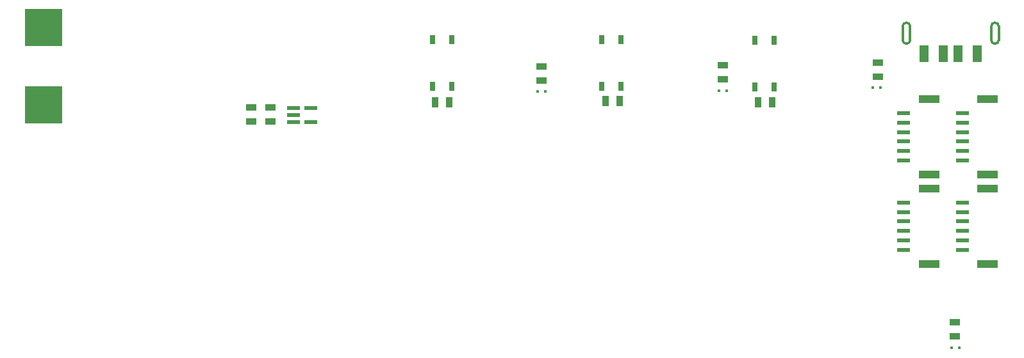
<source format=gbr>
%TF.GenerationSoftware,Altium Limited,Altium Designer,25.1.2 (22)*%
G04 Layer_Color=8421504*
%FSLAX45Y45*%
%MOMM*%
%TF.SameCoordinates,50AF8CB0-8788-4631-97D4-B92DF93AA5B5*%
%TF.FilePolarity,Positive*%
%TF.FileFunction,Paste,Top*%
%TF.Part,Single*%
G01*
G75*
%TA.AperFunction,NonConductor*%
%ADD10C,0.30000*%
%TA.AperFunction,SMDPad,CuDef*%
%ADD11R,0.80000X1.20000*%
%ADD12R,0.40000X0.46000*%
%ADD13R,1.70000X0.60000*%
%ADD14R,2.80000X1.00000*%
%TA.AperFunction,ConnectorPad*%
%ADD16R,1.20000X2.30000*%
%TA.AperFunction,SMDPad,CuDef*%
%ADD17R,0.97000X1.38000*%
%ADD18R,1.38000X0.97000*%
G04:AMPARAMS|DCode=19|XSize=1.61mm|YSize=0.59mm|CornerRadius=0.07375mm|HoleSize=0mm|Usage=FLASHONLY|Rotation=0.000|XOffset=0mm|YOffset=0mm|HoleType=Round|Shape=RoundedRectangle|*
%AMROUNDEDRECTD19*
21,1,1.61000,0.44250,0,0,0.0*
21,1,1.46250,0.59000,0,0,0.0*
1,1,0.14750,0.73125,-0.22125*
1,1,0.14750,-0.73125,-0.22125*
1,1,0.14750,-0.73125,0.22125*
1,1,0.14750,0.73125,0.22125*
%
%ADD19ROUNDEDRECTD19*%
%ADD20R,5.00000X5.00000*%
D10*
X14298599Y12332800D02*
G03*
X14248599Y12382800I-50000J0D01*
G01*
D02*
G03*
X14198599Y12332800I0J-50000D01*
G01*
Y12152800D02*
G03*
X14248599Y12102800I50000J0D01*
G01*
D02*
G03*
X14298599Y12152800I0J50000D01*
G01*
X15468600Y12332800D02*
G03*
X15418600Y12382800I-50000J0D01*
G01*
D02*
G03*
X15368600Y12332800I0J-50000D01*
G01*
Y12152800D02*
G03*
X15418600Y12102800I50000J0D01*
G01*
D02*
G03*
X15468600Y12152800I0J50000D01*
G01*
X14298599D02*
Y12332800D01*
X14198599Y12152800D02*
Y12332800D01*
X15468600Y12152800D02*
Y12332800D01*
X15368600Y12152800D02*
Y12332800D01*
D11*
X12242800Y11531600D02*
D03*
X12496800D02*
D03*
X12242800Y12146600D02*
D03*
X12496800D02*
D03*
X10477500Y12156600D02*
D03*
X10223500D02*
D03*
X10477500Y11541600D02*
D03*
X10223500D02*
D03*
X8242300Y12156600D02*
D03*
X7988300D02*
D03*
X8242300Y11541600D02*
D03*
X7988300D02*
D03*
D12*
X13906500Y11518900D02*
D03*
X13806500D02*
D03*
X11874500Y11480800D02*
D03*
X11774500D02*
D03*
X14947900Y8077200D02*
D03*
X14847900D02*
D03*
X9474200Y11471100D02*
D03*
X9374200D02*
D03*
D13*
X14211301Y10558700D02*
D03*
Y10683700D02*
D03*
Y11183700D02*
D03*
Y11058700D02*
D03*
Y10933700D02*
D03*
Y10808700D02*
D03*
X14986000D02*
D03*
Y10933700D02*
D03*
Y11058700D02*
D03*
Y11183700D02*
D03*
Y10683700D02*
D03*
Y10558700D02*
D03*
X14211301Y9374600D02*
D03*
Y9499600D02*
D03*
Y9999600D02*
D03*
Y9874600D02*
D03*
Y9749600D02*
D03*
Y9624600D02*
D03*
X14986000Y9374600D02*
D03*
Y9499600D02*
D03*
Y9999600D02*
D03*
Y9874600D02*
D03*
Y9749600D02*
D03*
Y9624600D02*
D03*
D14*
X14546300Y11368700D02*
D03*
Y10373700D02*
D03*
X15321001D02*
D03*
Y11368700D02*
D03*
X14546300Y10184600D02*
D03*
Y9189600D02*
D03*
X15321001Y10184600D02*
D03*
Y9189600D02*
D03*
D16*
X15183600Y11967800D02*
D03*
X14933600D02*
D03*
X14733600D02*
D03*
X14483600D02*
D03*
D17*
X12289500Y11328400D02*
D03*
X12475500D02*
D03*
X10270200Y11341100D02*
D03*
X10456200D02*
D03*
X8022300Y11328400D02*
D03*
X8208300D02*
D03*
D18*
X13868401Y11667200D02*
D03*
Y11853200D02*
D03*
X11823700Y11815100D02*
D03*
Y11629100D02*
D03*
X14884399Y8225500D02*
D03*
Y8411500D02*
D03*
X9423400Y11616400D02*
D03*
Y11802400D02*
D03*
X5588000Y11258700D02*
D03*
Y11072700D02*
D03*
X5841800Y11258700D02*
D03*
Y11072700D02*
D03*
D19*
X6375400Y11252200D02*
D03*
Y11062200D02*
D03*
X6146400D02*
D03*
Y11157200D02*
D03*
Y11252200D02*
D03*
D20*
X2844800Y11290300D02*
D03*
Y12319000D02*
D03*
%TF.MD5,dfb5592a49a6f19a7b32b4d62f54c620*%
M02*

</source>
